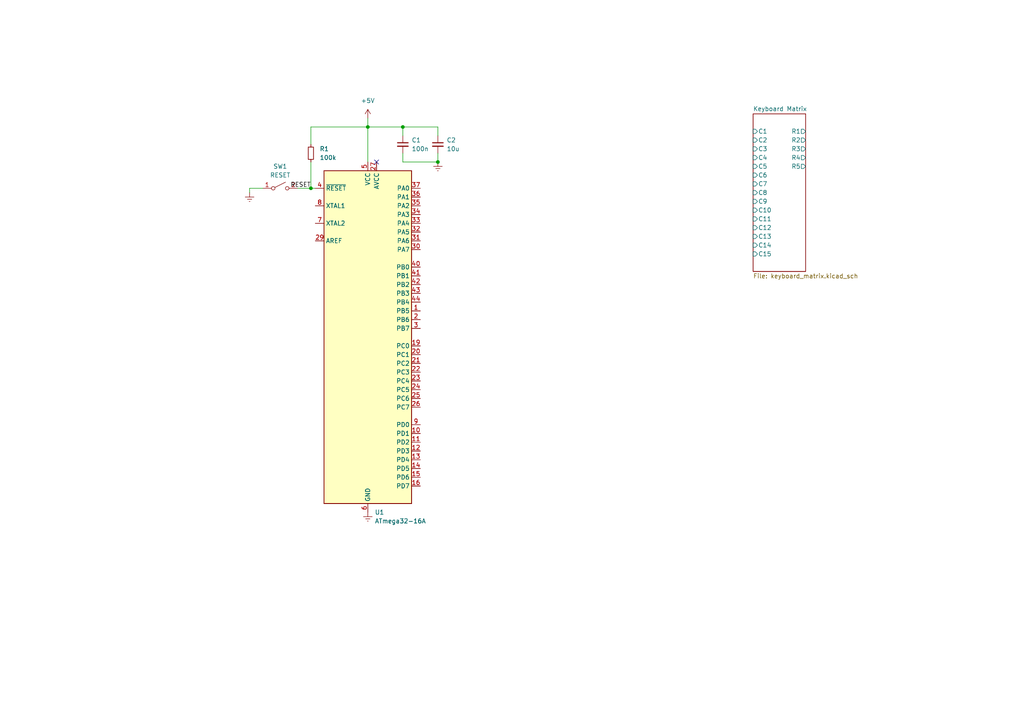
<source format=kicad_sch>
(kicad_sch (version 20211123) (generator eeschema)
  (paper "A4")
  (lib_symbols
    (symbol "Device:C_Small" (pin_numbers hide) (pin_names (offset 0.254) hide)
      (property "Reference" "C" (at 0.254 1.778 0))
      (property "Value" "C_Small" (at 0.254 -2.032 0))
      (symbol "C_Small_0_1"
        (polyline (pts (xy -1.524 -0.508) (xy 1.524 -0.508)) (stroke (width 0.3302)))
        (polyline (pts (xy -1.524 0.508) (xy 1.524 0.508)) (stroke (width 0.3048)))
      )
      (symbol "C_Small_1_1"
        (pin passive line (at 0 2.54 270) (length 2.032) (name "~") (number "1"))
        (pin passive line (at 0 -2.54 90) (length 2.032) (name "~") (number "2"))
      )
    )
    (symbol "Device:R_Small" (pin_numbers hide) (pin_names (offset 0.254) hide)
      (property "Reference" "R" (at 0.762 0.508 0))
      (property "Value" "R_Small" (at 0.762 -1.016 0))
      (symbol "R_Small_0_1"
        (rectangle (start -0.762 1.778) (end 0.762 -1.778) (stroke (width 0.2032)))
      )
      (symbol "R_Small_1_1"
        (pin passive line (at 0 2.54 270) (length 0.762) (name "~") (number "1"))
        (pin passive line (at 0 -2.54 90) (length 0.762) (name "~") (number "2"))
      )
    )
    (symbol "MCU_Microchip_ATmega:ATmega32-16A"
      (property "Reference" "U" (at -12.7 49.53 0))
      (property "Value" "ATmega32-16A" (at 2.54 -49.53 0))
      (symbol "ATmega32-16A_0_1"
        (rectangle (start -12.7 -48.26) (end 12.7 48.26) (stroke (width 0.254)) (fill (type background)))
      )
      (symbol "ATmega32-16A_1_1"
        (pin bidirectional line (at 15.24 7.62 180) (length 2.54) (name "PB5") (number "1"))
        (pin bidirectional line (at 15.24 -27.94 180) (length 2.54) (name "PD1") (number "10"))
        (pin bidirectional line (at 15.24 -30.48 180) (length 2.54) (name "PD2") (number "11"))
        (pin bidirectional line (at 15.24 -33.02 180) (length 2.54) (name "PD3") (number "12"))
        (pin bidirectional line (at 15.24 -35.56 180) (length 2.54) (name "PD4") (number "13"))
        (pin bidirectional line (at 15.24 -38.1 180) (length 2.54) (name "PD5") (number "14"))
        (pin bidirectional line (at 15.24 -40.64 180) (length 2.54) (name "PD6") (number "15"))
        (pin bidirectional line (at 15.24 -43.18 180) (length 2.54) (name "PD7") (number "16"))
        (pin passive line (at 0 50.8 270) (length 2.54) hide (name "VCC") (number "17"))
        (pin passive line (at 0 -50.8 90) (length 2.54) hide (name "GND") (number "18"))
        (pin bidirectional line (at 15.24 -2.54 180) (length 2.54) (name "PC0") (number "19"))
        (pin bidirectional line (at 15.24 5.08 180) (length 2.54) (name "PB6") (number "2"))
        (pin bidirectional line (at 15.24 -5.08 180) (length 2.54) (name "PC1") (number "20"))
        (pin bidirectional line (at 15.24 -7.62 180) (length 2.54) (name "PC2") (number "21"))
        (pin bidirectional line (at 15.24 -10.16 180) (length 2.54) (name "PC3") (number "22"))
        (pin bidirectional line (at 15.24 -12.7 180) (length 2.54) (name "PC4") (number "23"))
        (pin bidirectional line (at 15.24 -15.24 180) (length 2.54) (name "PC5") (number "24"))
        (pin bidirectional line (at 15.24 -17.78 180) (length 2.54) (name "PC6") (number "25"))
        (pin bidirectional line (at 15.24 -20.32 180) (length 2.54) (name "PC7") (number "26"))
        (pin power_in line (at 2.54 50.8 270) (length 2.54) (name "AVCC") (number "27"))
        (pin passive line (at 0 -50.8 90) (length 2.54) hide (name "GND") (number "28"))
        (pin passive line (at -15.24 27.94 0) (length 2.54) (name "AREF") (number "29"))
        (pin bidirectional line (at 15.24 2.54 180) (length 2.54) (name "PB7") (number "3"))
        (pin bidirectional line (at 15.24 25.4 180) (length 2.54) (name "PA7") (number "30"))
        (pin bidirectional line (at 15.24 27.94 180) (length 2.54) (name "PA6") (number "31"))
        (pin bidirectional line (at 15.24 30.48 180) (length 2.54) (name "PA5") (number "32"))
        (pin bidirectional line (at 15.24 33.02 180) (length 2.54) (name "PA4") (number "33"))
        (pin bidirectional line (at 15.24 35.56 180) (length 2.54) (name "PA3") (number "34"))
        (pin bidirectional line (at 15.24 38.1 180) (length 2.54) (name "PA2") (number "35"))
        (pin bidirectional line (at 15.24 40.64 180) (length 2.54) (name "PA1") (number "36"))
        (pin bidirectional line (at 15.24 43.18 180) (length 2.54) (name "PA0") (number "37"))
        (pin passive line (at 0 50.8 270) (length 2.54) hide (name "VCC") (number "38"))
        (pin passive line (at 0 -50.8 90) (length 2.54) hide (name "GND") (number "39"))
        (pin input line (at -15.24 43.18 0) (length 2.54) (name "~{RESET}") (number "4"))
        (pin bidirectional line (at 15.24 20.32 180) (length 2.54) (name "PB0") (number "40"))
        (pin bidirectional line (at 15.24 17.78 180) (length 2.54) (name "PB1") (number "41"))
        (pin bidirectional line (at 15.24 15.24 180) (length 2.54) (name "PB2") (number "42"))
        (pin bidirectional line (at 15.24 12.7 180) (length 2.54) (name "PB3") (number "43"))
        (pin bidirectional line (at 15.24 10.16 180) (length 2.54) (name "PB4") (number "44"))
        (pin power_in line (at 0 50.8 270) (length 2.54) (name "VCC") (number "5"))
        (pin power_in line (at 0 -50.8 90) (length 2.54) (name "GND") (number "6"))
        (pin output line (at -15.24 33.02 0) (length 2.54) (name "XTAL2") (number "7"))
        (pin input line (at -15.24 38.1 0) (length 2.54) (name "XTAL1") (number "8"))
        (pin bidirectional line (at 15.24 -25.4 180) (length 2.54) (name "PD0") (number "9"))
      )
    )
    (symbol "Switch:SW_SPST" (pin_names (offset 0) hide)
      (property "Reference" "SW" (at 0 3.175 0))
      (property "Value" "SW_SPST" (at 0 -2.54 0))
      (symbol "SW_SPST_0_0"
        (circle (center -2.032 0) (radius 0.508))
        (polyline (pts (xy -1.524 0.254) (xy 1.524 1.778)))
        (circle (center 2.032 0) (radius 0.508))
      )
      (symbol "SW_SPST_1_1"
        (pin passive line (at -5.08 0 0) (length 2.54) (name "A") (number "1"))
        (pin passive line (at 5.08 0 180) (length 2.54) (name "B") (number "2"))
      )
    )
    (symbol "power:+5V" (power) (pin_names (offset 0))
      (property "Value" "+5V" (at 0 3.556 0))
      (symbol "+5V_0_1"
        (polyline (pts (xy -0.762 1.27) (xy 0 2.54)))
        (polyline (pts (xy 0 0) (xy 0 2.54)))
        (polyline (pts (xy 0 2.54) (xy 0.762 1.27)))
      )
      (symbol "+5V_1_1"
        (pin power_in line (at 0 0 90) (length 0) hide (name "+5V") (number "1"))
      )
    )
    (symbol "power:Earth" (power) (pin_names (offset 0))
      (symbol "Earth_0_1"
        (polyline (pts (xy -0.635 -1.905) (xy 0.635 -1.905)))
        (polyline (pts (xy -0.127 -2.54) (xy 0.127 -2.54)))
        (polyline (pts (xy 0 -1.27) (xy 0 0)))
        (polyline (pts (xy 1.27 -1.27) (xy -1.27 -1.27)))
      )
      (symbol "Earth_1_1"
        (pin power_in line (at 0 0 270) (length 0) hide (name "Earth") (number "1"))
      )
    )
  )
  (junction (at 106.68 36.83))
  (junction (at 127 46.99))
  (junction (at 90.17 54.61))
  (junction (at 116.84 36.83))
  (no_connect (at 109.22 46.99))
  (wire (pts (xy 127 36.83) (xy 116.84 36.83)))
  (wire (pts (xy 127 46.99) (xy 127 44.45)))
  (wire (pts (xy 72.39 54.61) (xy 76.2 54.61)))
  (wire (pts (xy 106.68 36.83) (xy 90.17 36.83)))
  (wire (pts (xy 116.84 44.45) (xy 116.84 46.99)))
  (wire (pts (xy 106.68 36.83) (xy 106.68 46.99)))
  (wire (pts (xy 72.39 54.61) (xy 72.39 55.88)))
  (wire (pts (xy 86.36 54.61) (xy 90.17 54.61)))
  (wire (pts (xy 90.17 54.61) (xy 91.44 54.61)))
  (wire (pts (xy 90.17 46.99) (xy 90.17 54.61)))
  (wire (pts (xy 106.68 34.29) (xy 106.68 36.83)))
  (wire (pts (xy 90.17 36.83) (xy 90.17 41.91)))
  (wire (pts (xy 116.84 39.37) (xy 116.84 36.83)))
  (wire (pts (xy 116.84 46.99) (xy 127 46.99)))
  (wire (pts (xy 116.84 36.83) (xy 106.68 36.83)))
  (wire (pts (xy 127 39.37) (xy 127 36.83)))
  (label "RESET" (at 90.17 54.61 180))
  (symbol (lib_id "Device:C_Small") (at 116.84 41.91 0) (unit 1)
    (property "Reference" "C1" (at 119.38 40.6462 0) (effects (justify left)))
    (property "Value" "100n" (at 119.38 43.1862 0) (effects (justify left)))
    (property "Footprint" "Capacitor_SMD:C_0603_1608Metric" (effects hide))
  )
  (symbol (lib_id "Device:C_Small") (at 127 41.91 0) (unit 1)
    (property "Reference" "C2" (at 129.54 40.6462 0) (effects (justify left)))
    (property "Value" "10u" (at 129.54 43.1862 0) (effects (justify left)))
    (property "Footprint" "Capacitor_SMD:C_0603_1608Metric" (effects hide))
  )
  (symbol (lib_id "power:+5V") (at 106.68 34.29 0) (unit 1)
    (property "Reference" "#PWR01" (effects hide))
    (property "Value" "+5V" (at 106.68 29.21 0))
  )
  (symbol (lib_id "MCU_Microchip_ATmega:ATmega32-16A") (at 106.68 97.79 0) (unit 1)
    (property "Reference" "U1" (at 108.6994 148.59 0) (effects (justify left)))
    (property "Value" "ATmega32-16A" (at 108.6994 151.13 0) (effects (justify left)))
    (property "Footprint" "Package_QFP:TQFP-44_10x10mm_P0.8mm" (effects hide))
    (property "Datasheet" "http://ww1.microchip.com/downloads/en/DeviceDoc/doc2503.pdf" (effects hide))
  )
  (symbol (lib_id "Device:R_Small") (at 90.17 44.45 0) (unit 1)
    (property "Reference" "R1" (at 92.71 43.1799 0) (effects (justify left)))
    (property "Value" "100k" (at 92.71 45.7199 0) (effects (justify left)))
    (property "Footprint" "Resistor_SMD:R_0603_1608Metric" (effects hide))
  )
  (symbol (lib_id "power:Earth") (at 72.39 55.88 0) (unit 1)
    (property "Reference" "#PWR03" (effects hide))
    (property "Value" "Earth" (effects hide))
  )
  (symbol (lib_id "power:Earth") (at 106.68 148.59 0) (unit 1)
    (property "Reference" "#PWR04" (effects hide))
    (property "Value" "Earth" (effects hide))
  )
  (symbol (lib_id "Switch:SW_SPST") (at 81.28 54.61 0) (unit 1)
    (property "Reference" "SW1" (at 81.28 48.26 0))
    (property "Value" "RESET" (at 81.28 50.8 0))
    (property "Footprint" "Button_Switch_SMD:SW_SPST_B3U-1000P" (effects hide))
  )
  (symbol (lib_id "power:Earth") (at 127 46.99 0) (unit 1)
    (property "Reference" "#PWR02" (effects hide))
    (property "Value" "Earth" (effects hide))
  )
  (sheet (at 218.44 33.02) (size 15.24 45.72) (stroke (width 0.1524))
    (property "Sheet name" "Keyboard Matrix" (at 218.44 32.3084 0) (effects (justify left bottom)))
    (property "Sheet file" "keyboard_matrix.kicad_sch" (at 218.44 79.3246 0) (effects (justify left top)))
    (pin "C2" input (at 218.44 40.64 180))
    (pin "C1" input (at 218.44 38.1 180))
    (pin "C4" input (at 218.44 45.72 180))
    (pin "C3" input (at 218.44 43.18 180))
    (pin "R4" output (at 233.68 45.72 0))
    (pin "R5" output (at 233.68 48.26 0))
    (pin "R2" output (at 233.68 40.64 0))
    (pin "R3" output (at 233.68 43.18 0))
    (pin "C6" input (at 218.44 50.8 180))
    (pin "C5" input (at 218.44 48.26 180))
    (pin "R1" output (at 233.68 38.1 0))
    (pin "C7" input (at 218.44 53.34 180))
    (pin "C9" input (at 218.44 58.42 180))
    (pin "C8" input (at 218.44 55.88 180))
    (pin "C10" input (at 218.44 60.96 180))
    (pin "C11" input (at 218.44 63.5 180))
    (pin "C12" input (at 218.44 66.04 180))
    (pin "C14" input (at 218.44 71.12 180))
    (pin "C13" input (at 218.44 68.58 180))
    (pin "C15" input (at 218.44 73.66 180))
  )
)
</source>
